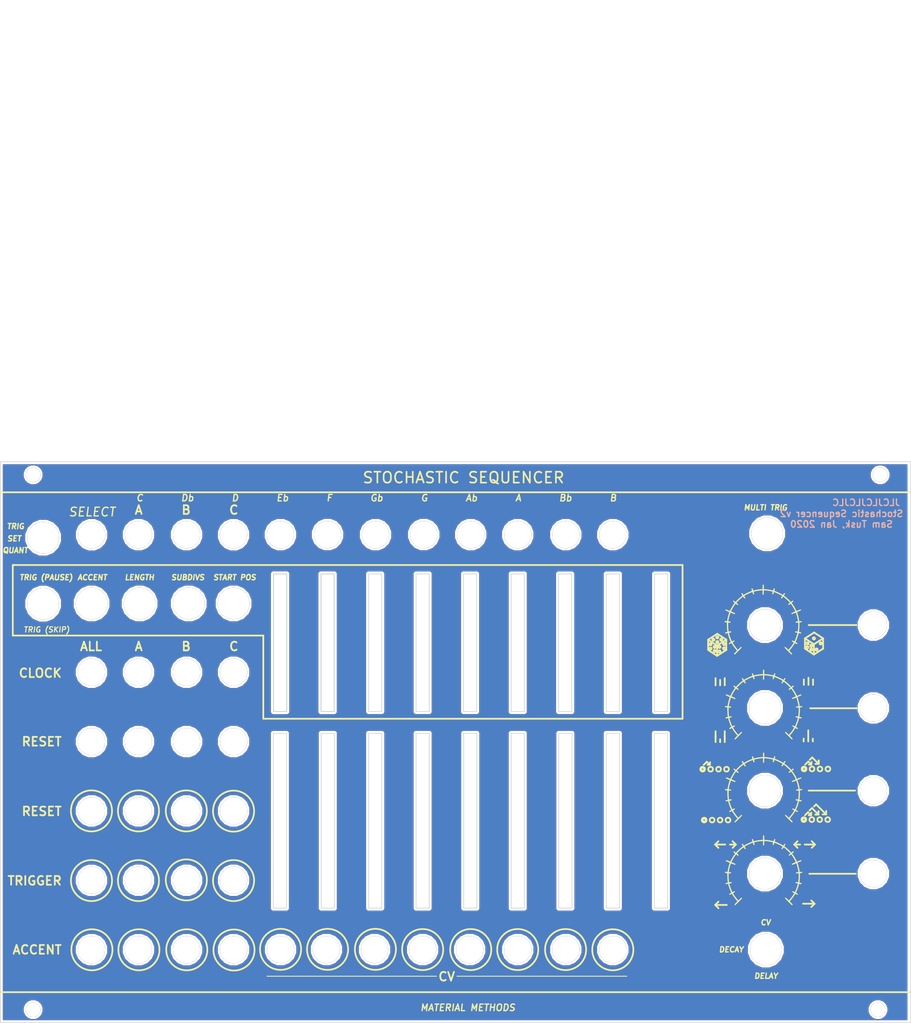
<source format=kicad_pcb>
(kicad_pcb (version 20171130) (host pcbnew "(5.0.1)-3")
  (layers (0 F.Cu signal hide) (31 B.Cu signal hide) (34 B.Paste user) (35 F.Paste user) (36 B.SilkS user) (37 F.SilkS user) (38 B.Mask user) (39 F.Mask user) (44 Edge.Cuts user))
  (net 0 "")
  (module "Eurocad:Eurorack jack hole" (layer F.Cu) (at 265.1 115.95)
    (fp_text reference "" hide)
    (fp_text value "Eurorack jack hole")
    (pad 1 thru_hole circle (at 0 0) (size 6.2 6.2) (drill 6.2) (layers *.Cu *.Mask))
  )
  (module "Eurocad:Eurorack jack hole" (layer F.Cu) (at 265.1 59.05)
    (fp_text reference "" hide)
    (fp_text value "Eurorack jack hole")
    (pad 1 thru_hole circle (at 0 0) (size 6.2 6.2) (drill 6.2) (layers *.Cu *.Mask))
  )
  (module "Eurocad:Eurorack jack hole" (layer F.Cu) (at 265.1 96.975)
    (fp_text reference "" hide)
    (fp_text value "Eurorack jack hole")
    (pad 1 thru_hole circle (at 0 0) (size 6.2 6.2) (drill 6.2) (layers *.Cu *.Mask))
  )
  (module "Eurocad:Eurorack jack hole" (layer F.Cu) (at 265.1 78.025)
    (fp_text reference "" hide)
    (fp_text value "Eurorack jack hole")
    (pad 1 thru_hole circle (at 0 0) (size 6.2 6.2) (drill 6.2) (layers *.Cu *.Mask))
  )
  (module "Eurocad:9mm alpha jack hole" (layer F.Cu) (at 240.3 59.05)
    (fp_text reference "" hide)
    (fp_text value "9mm alpha jack hole")
    (pad 1 thru_hole circle (at 0 0) (size 7.2 7.2) (drill 7.2) (layers *.Cu *.Mask))
  )
  (module "Eurocad:9mm alpha jack hole" (layer F.Cu) (at 240.3 115.95)
    (fp_text reference "" hide)
    (fp_text value "9mm alpha jack hole")
    (pad 1 thru_hole circle (at 0 0) (size 7.2 7.2) (drill 7.2) (layers *.Cu *.Mask))
  )
  (module "Eurocad:9mm alpha jack hole" (layer F.Cu) (at 240.8 38.05)
    (fp_text reference "" hide)
    (fp_text value "9mm alpha jack hole")
    (pad 1 thru_hole circle (at 0 0) (size 7.2 7.2) (drill 7.2) (layers *.Cu *.Mask))
  )
  (module "Eurocad:9mm alpha jack hole" (layer F.Cu) (at 240.3 78.025)
    (fp_text reference "" hide)
    (fp_text value "9mm alpha jack hole")
    (pad 1 thru_hole circle (at 0 0) (size 7.2 7.2) (drill 7.2) (layers *.Cu *.Mask))
  )
  (module "Eurocad:9mm alpha jack hole" (layer F.Cu) (at 240.3 96.975)
    (fp_text reference "" hide)
    (fp_text value "9mm alpha jack hole")
    (pad 1 thru_hole circle (at 0 0) (size 7.2 7.2) (drill 7.2) (layers *.Cu *.Mask))
  )
  (module "Eurocad:9mm alpha jack hole" (layer F.Cu) (at 240.5 133.35)
    (fp_text reference "" hide)
    (fp_text value "9mm alpha jack hole")
    (pad 1 thru_hole circle (at 0 0) (size 7.2 7.2) (drill 7.2) (layers *.Cu *.Mask))
  )
  (module Eurocad:KnobTicks (layer F.Cu) (at 239.9 115.95)
    (fp_text reference "" hide)
    (fp_text value "" hide)
  )
  (module Eurocad:KnobTicks (layer F.Cu) (at 239.9 78)
    (fp_text reference "" hide)
    (fp_text value "" hide)
  )
  (module Eurocad:KnobTicks (layer F.Cu) (at 239.9 97)
    (fp_text reference "" hide)
    (fp_text value "" hide)
  )
  (module "Eurocad:Eurorack jack hole" (layer F.Cu) (at 86.25 69.85)
    (fp_text reference "" hide)
    (fp_text value "Eurorack jack hole")
    (pad 1 thru_hole circle (at 0 0) (size 6.2 6.2) (drill 6.2) (layers *.Cu *.Mask))
  )
  (module "Eurocad:Eurorack jack hole" (layer F.Cu) (at 97 69.85)
    (fp_text reference "" hide)
    (fp_text value "Eurorack jack hole")
    (pad 1 thru_hole circle (at 0 0) (size 6.2 6.2) (drill 6.2) (layers *.Cu *.Mask))
  )
  (module "Eurocad:Eurorack jack hole" (layer F.Cu) (at 108 69.85)
    (fp_text reference "" hide)
    (fp_text value "Eurorack jack hole")
    (pad 1 thru_hole circle (at 0 0) (size 6.2 6.2) (drill 6.2) (layers *.Cu *.Mask))
  )
  (module "Eurocad:Eurorack jack hole" (layer F.Cu) (at 118.75 69.85)
    (fp_text reference "" hide)
    (fp_text value "Eurorack jack hole")
    (pad 1 thru_hole circle (at 0 0) (size 6.2 6.2) (drill 6.2) (layers *.Cu *.Mask))
  )
  (module "Eurocad:Eurorack jack hole" (layer F.Cu) (at 118.75 85.725)
    (fp_text reference "" hide)
    (fp_text value "Eurorack jack hole")
    (pad 1 thru_hole circle (at 0 0) (size 6.2 6.2) (drill 6.2) (layers *.Cu *.Mask))
  )
  (module "Eurocad:Eurorack jack hole" (layer F.Cu) (at 108 85.725)
    (fp_text reference "" hide)
    (fp_text value "Eurorack jack hole")
    (pad 1 thru_hole circle (at 0 0) (size 6.2 6.2) (drill 6.2) (layers *.Cu *.Mask))
  )
  (module "Eurocad:Eurorack jack hole" (layer F.Cu) (at 97 85.725)
    (fp_text reference "" hide)
    (fp_text value "Eurorack jack hole")
    (pad 1 thru_hole circle (at 0 0) (size 6.2 6.2) (drill 6.2) (layers *.Cu *.Mask))
  )
  (module "Eurocad:Eurorack jack hole" (layer F.Cu) (at 86.25 85.725)
    (fp_text reference "" hide)
    (fp_text value "Eurorack jack hole")
    (pad 1 thru_hole circle (at 0 0) (size 6.2 6.2) (drill 6.2) (layers *.Cu *.Mask))
  )
  (module "Eurocad:Eurorack jack hole" (layer F.Cu) (at 86.25 101.6)
    (fp_text reference "" hide)
    (fp_text value "Eurorack jack hole")
    (pad 1 thru_hole circle (at 0 0) (size 6.2 6.2) (drill 6.2) (layers *.Cu *.Mask))
  )
  (module "Eurocad:Eurorack jack hole" (layer F.Cu) (at 97 101.6)
    (fp_text reference "" hide)
    (fp_text value "Eurorack jack hole")
    (pad 1 thru_hole circle (at 0 0) (size 6.2 6.2) (drill 6.2) (layers *.Cu *.Mask))
  )
  (module "Eurocad:Eurorack jack hole" (layer F.Cu) (at 108 101.6)
    (fp_text reference "" hide)
    (fp_text value "Eurorack jack hole")
    (pad 1 thru_hole circle (at 0 0) (size 6.2 6.2) (drill 6.2) (layers *.Cu *.Mask))
  )
  (module "Eurocad:Eurorack jack hole" (layer F.Cu) (at 118.75 101.6)
    (fp_text reference "" hide)
    (fp_text value "Eurorack jack hole")
    (pad 1 thru_hole circle (at 0 0) (size 6.2 6.2) (drill 6.2) (layers *.Cu *.Mask))
  )
  (module "Eurocad:Eurorack jack hole" (layer F.Cu) (at 118.75 117.475)
    (fp_text reference "" hide)
    (fp_text value "Eurorack jack hole")
    (pad 1 thru_hole circle (at 0 0) (size 6.2 6.2) (drill 6.2) (layers *.Cu *.Mask))
  )
  (module "Eurocad:Eurorack jack hole" (layer F.Cu) (at 108 117.475)
    (fp_text reference "" hide)
    (fp_text value "Eurorack jack hole")
    (pad 1 thru_hole circle (at 0 0) (size 6.2 6.2) (drill 6.2) (layers *.Cu *.Mask))
  )
  (module "Eurocad:Eurorack jack hole" (layer F.Cu) (at 97 117.475)
    (fp_text reference "" hide)
    (fp_text value "Eurorack jack hole")
    (pad 1 thru_hole circle (at 0 0) (size 6.2 6.2) (drill 6.2) (layers *.Cu *.Mask))
  )
  (module "Eurocad:Eurorack jack hole" (layer F.Cu) (at 86.25 117.5)
    (fp_text reference "" hide)
    (fp_text value "Eurorack jack hole")
    (pad 1 thru_hole circle (at 0 0) (size 6.2 6.2) (drill 6.2) (layers *.Cu *.Mask))
  )
  (module "Eurocad:Eurorack jack hole" (layer F.Cu) (at 86.25 133.375)
    (fp_text reference "" hide)
    (fp_text value "Eurorack jack hole")
    (pad 1 thru_hole circle (at 0 0) (size 6.2 6.2) (drill 6.2) (layers *.Cu *.Mask))
  )
  (module "Eurocad:Eurorack jack hole" (layer F.Cu) (at 97 133.375)
    (fp_text reference "" hide)
    (fp_text value "Eurorack jack hole")
    (pad 1 thru_hole circle (at 0 0) (size 6.2 6.2) (drill 6.2) (layers *.Cu *.Mask))
  )
  (module "Eurocad:Eurorack jack hole" (layer F.Cu) (at 108 133.375)
    (fp_text reference "" hide)
    (fp_text value "Eurorack jack hole")
    (pad 1 thru_hole circle (at 0 0) (size 6.2 6.2) (drill 6.2) (layers *.Cu *.Mask))
  )
  (module "Eurocad:Eurorack jack hole" (layer F.Cu) (at 118.75 133.375)
    (fp_text reference "" hide)
    (fp_text value "Eurorack jack hole")
    (pad 1 thru_hole circle (at 0 0) (size 6.2 6.2) (drill 6.2) (layers *.Cu *.Mask))
  )
  (module "Eurocad:Eurorack jack hole" (layer F.Cu) (at 129.5 133.35)
    (fp_text reference "" hide)
    (fp_text value "Eurorack jack hole")
    (pad 1 thru_hole circle (at 0 0) (size 6.2 6.2) (drill 6.2) (layers *.Cu *.Mask))
  )
  (module "Eurocad:Eurorack jack hole" (layer F.Cu) (at 140 133.35)
    (fp_text reference "" hide)
    (fp_text value "Eurorack jack hole")
    (pad 1 thru_hole circle (at 0 0) (size 6.2 6.2) (drill 6.2) (layers *.Cu *.Mask))
  )
  (module "Eurocad:Eurorack jack hole" (layer F.Cu) (at 151 133.35)
    (fp_text reference "" hide)
    (fp_text value "Eurorack jack hole")
    (pad 1 thru_hole circle (at 0 0) (size 6.2 6.2) (drill 6.2) (layers *.Cu *.Mask))
  )
  (module "Eurocad:Eurorack jack hole" (layer F.Cu) (at 162 133.35)
    (fp_text reference "" hide)
    (fp_text value "Eurorack jack hole")
    (pad 1 thru_hole circle (at 0 0) (size 6.2 6.2) (drill 6.2) (layers *.Cu *.Mask))
  )
  (module "Eurocad:Eurorack jack hole" (layer F.Cu) (at 172.75 133.35)
    (fp_text reference "" hide)
    (fp_text value "Eurorack jack hole")
    (pad 1 thru_hole circle (at 0 0) (size 6.2 6.2) (drill 6.2) (layers *.Cu *.Mask))
  )
  (module "Eurocad:Eurorack jack hole" (layer F.Cu) (at 183.75 133.35)
    (fp_text reference "" hide)
    (fp_text value "Eurorack jack hole")
    (pad 1 thru_hole circle (at 0 0) (size 6.2 6.2) (drill 6.2) (layers *.Cu *.Mask))
  )
  (module "Eurocad:Eurorack jack hole" (layer F.Cu) (at 194.75 133.35)
    (fp_text reference "" hide)
    (fp_text value "Eurorack jack hole")
    (pad 1 thru_hole circle (at 0 0) (size 6.2 6.2) (drill 6.2) (layers *.Cu *.Mask))
  )
  (module "Eurocad:Eurorack jack hole" (layer F.Cu) (at 205.5 133.35)
    (fp_text reference "" hide)
    (fp_text value "Eurorack jack hole")
    (pad 1 thru_hole circle (at 0 0) (size 6.2 6.2) (drill 6.2) (layers *.Cu *.Mask))
  )
  (module "Eurocad:Eurorack jack hole" (layer F.Cu) (at 86.275 38.375)
    (fp_text reference "" hide)
    (fp_text value "Eurorack jack hole")
    (pad 1 thru_hole circle (at 0 0) (size 6.2 6.2) (drill 6.2) (layers *.Cu *.Mask))
  )
  (module "Eurocad:Eurorack jack hole" (layer F.Cu) (at 97 38.35)
    (fp_text reference "" hide)
    (fp_text value "Eurorack jack hole")
    (pad 1 thru_hole circle (at 0 0) (size 6.2 6.2) (drill 6.2) (layers *.Cu *.Mask))
  )
  (module "Eurocad:Eurorack jack hole" (layer F.Cu) (at 108 38.35)
    (fp_text reference "" hide)
    (fp_text value "Eurorack jack hole")
    (pad 1 thru_hole circle (at 0 0) (size 6.2 6.2) (drill 6.2) (layers *.Cu *.Mask))
  )
  (module "Eurocad:Eurorack jack hole" (layer F.Cu) (at 118.75 38.375)
    (fp_text reference "" hide)
    (fp_text value "Eurorack jack hole")
    (pad 1 thru_hole circle (at 0 0) (size 6.2 6.2) (drill 6.2) (layers *.Cu *.Mask))
  )
  (module "Eurocad:Eurorack jack hole" (layer F.Cu) (at 129.475 38.35)
    (fp_text reference "" hide)
    (fp_text value "Eurorack jack hole")
    (pad 1 thru_hole circle (at 0 0) (size 6.2 6.2) (drill 6.2) (layers *.Cu *.Mask))
  )
  (module "Eurocad:Eurorack jack hole" (layer F.Cu) (at 140.25 38.325)
    (fp_text reference "" hide)
    (fp_text value "Eurorack jack hole")
    (pad 1 thru_hole circle (at 0 0) (size 6.2 6.2) (drill 6.2) (layers *.Cu *.Mask))
  )
  (module "Eurocad:Eurorack jack hole" (layer F.Cu) (at 151.225 38.35)
    (fp_text reference "" hide)
    (fp_text value "Eurorack jack hole")
    (pad 1 thru_hole circle (at 0 0) (size 6.2 6.2) (drill 6.2) (layers *.Cu *.Mask))
  )
  (module "Eurocad:Eurorack jack hole" (layer F.Cu) (at 162.25 38.325)
    (fp_text reference "" hide)
    (fp_text value "Eurorack jack hole")
    (pad 1 thru_hole circle (at 0 0) (size 6.2 6.2) (drill 6.2) (layers *.Cu *.Mask))
  )
  (module "Eurocad:Eurorack jack hole" (layer F.Cu) (at 173 38.35)
    (fp_text reference "" hide)
    (fp_text value "Eurorack jack hole")
    (pad 1 thru_hole circle (at 0 0) (size 6.2 6.2) (drill 6.2) (layers *.Cu *.Mask))
  )
  (module "Eurocad:Eurorack jack hole" (layer F.Cu) (at 183.75 38.35)
    (fp_text reference "" hide)
    (fp_text value "Eurorack jack hole")
    (pad 1 thru_hole circle (at 0 0) (size 6.2 6.2) (drill 6.2) (layers *.Cu *.Mask))
  )
  (module "Eurocad:Eurorack jack hole" (layer F.Cu) (at 194.75 38.35)
    (fp_text reference "" hide)
    (fp_text value "Eurorack jack hole")
    (pad 1 thru_hole circle (at 0 0) (size 6.2 6.2) (drill 6.2) (layers *.Cu *.Mask))
  )
  (module "Eurocad:Eurorack jack hole" (layer F.Cu) (at 205.5 38.35)
    (fp_text reference "" hide)
    (fp_text value "Eurorack jack hole")
    (pad 1 thru_hole circle (at 0 0) (size 6.2 6.2) (drill 6.2) (layers *.Cu *.Mask))
  )
  (module "Eurocad:9mm alpha jack hole" (layer F.Cu) (at 75.2 39.05)
    (fp_text reference "" hide)
    (fp_text value "9mm alpha jack hole")
    (pad 1 thru_hole circle (at 0 0) (size 7.2 7.2) (drill 7.2) (layers *.Cu *.Mask))
  )
  (module "Eurocad:9mm alpha jack hole" (layer F.Cu) (at 75.2 54.15)
    (fp_text reference "" hide)
    (fp_text value "9mm alpha jack hole")
    (pad 1 thru_hole circle (at 0 0) (size 7.2 7.2) (drill 7.2) (layers *.Cu *.Mask))
  )
  (module "Eurocad:9mm alpha jack hole" (layer F.Cu) (at 86.275 54.1)
    (fp_text reference "" hide)
    (fp_text value "9mm alpha jack hole")
    (pad 1 thru_hole circle (at 0 0) (size 7.2 7.2) (drill 7.2) (layers *.Cu *.Mask))
  )
  (module "Eurocad:9mm alpha jack hole" (layer F.Cu) (at 97.25 54.1)
    (fp_text reference "" hide)
    (fp_text value "9mm alpha jack hole")
    (pad 1 thru_hole circle (at 0 0) (size 7.2 7.2) (drill 7.2) (layers *.Cu *.Mask))
  )
  (module "Eurocad:9mm alpha jack hole" (layer F.Cu) (at 108.5 54.1)
    (fp_text reference "" hide)
    (fp_text value "9mm alpha jack hole")
    (pad 1 thru_hole circle (at 0 0) (size 7.2 7.2) (drill 7.2) (layers *.Cu *.Mask))
  )
  (module "Eurocad:9mm alpha jack hole" (layer F.Cu) (at 118.75 54.1)
    (fp_text reference "" hide)
    (fp_text value "9mm alpha jack hole")
    (pad 1 thru_hole circle (at 0 0) (size 7.2 7.2) (drill 7.2) (layers *.Cu *.Mask))
  )
  (module Eurocad:KnobTicks (layer F.Cu) (at 239.8 58.55)
    (fp_text reference "" hide)
    (fp_text value "" hide)
  )
  (module "Eurocad:Eurorack Rail Hole" (layer F.Cu) (at 72.9 24.65)
    (fp_text reference REF** hide)
    (fp_text value "Eurorack Rail Hole" hide)
    (pad 1 thru_hole circle (at 0 0) (size 3.3 3.3) (drill 3.3) (layers *.Cu *.Mask))
  )
  (module "Eurocad:Eurorack Rail Hole" (layer F.Cu) (at 266.65 24.65)
    (fp_text reference REF** hide)
    (fp_text value "Eurorack Rail Hole" hide)
    (pad 1 thru_hole circle (at 0 0) (size 3.3 3.3) (drill 3.3) (layers *.Cu *.Mask))
  )
  (module "Eurocad:Eurorack Rail Hole" (layer F.Cu) (at 266.15 147.1)
    (fp_text reference REF** hide)
    (fp_text value "Eurorack Rail Hole" hide)
    (pad 1 thru_hole circle (at 0 0) (size 3.3 3.3) (drill 3.3) (layers *.Cu *.Mask))
  )
  (module "Eurocad:Eurorack Rail Hole" (layer F.Cu) (at 72.9 147.1)
    (fp_text reference REF** hide)
    (fp_text value "Eurorack Rail Hole" hide)
    (pad 1 thru_hole circle (at 0 0) (size 3.3 3.3) (drill 3.3) (layers *.Cu *.Mask))
  )
  (gr_text "Stochastic Sequencer v2\nSam Tusk, Jan 2020" (at 257.8 34.75) (layer B.SilkS) (effects (font (size 1.5 1.5) (thickness 0.3)) (justify mirror)))
  (gr_text JLCJLCJLCJLC (at 263.45 31) (layer B.SilkS) (effects (font (size 1.5 1.5) (thickness 0.3)) (justify mirror)))
  (gr_line (start 249.2 72.75) (end 249.2 71.5) (layer F.SilkS) (width 0.4))
  (gr_line (start 251.3 72.75) (end 251.3 71.5) (layer F.SilkS) (width 0.4))
  (gr_line (start 250.25 72.75) (end 250.25 71.1) (layer F.SilkS) (width 0.4))
  (gr_circle (center 226.05 92.05) (end 226.15 91.95) (layer F.SilkS) (width 0.4))
  (gr_circle (center 226.05 92.05) (end 226.5 91.75) (layer F.SilkS) (width 0.4))
  (gr_circle (center 227.866666 92.05) (end 228.316666 91.75) (layer F.SilkS) (width 0.4))
  (gr_line (start 226.3 91.05) (end 227 90.35) (layer F.SilkS) (width 0.4))
  (gr_line (start 227.7 91.05) (end 227.15 91.05) (layer F.SilkS) (width 0.4))
  (gr_circle (center 231.5 92.05) (end 231.95 91.75) (layer F.SilkS) (width 0.4))
  (gr_line (start 227.7 91.05) (end 227.75 90.45) (layer F.SilkS) (width 0.4))
  (gr_line (start 227 90.35) (end 227.7 91.05) (layer F.SilkS) (width 0.4))
  (gr_circle (center 229.683332 92.05) (end 230.133332 91.75) (layer F.SilkS) (width 0.4))
  (gr_circle (center 249.25 92) (end 249.35 91.9) (layer F.SilkS) (width 0.4))
  (gr_circle (center 249.25 92) (end 249.7 91.7) (layer F.SilkS) (width 0.4))
  (gr_line (start 252.6 90.05) (end 252.55 90.75) (layer F.SilkS) (width 0.4))
  (gr_circle (center 251.066666 92) (end 251.516666 91.7) (layer F.SilkS) (width 0.4))
  (gr_line (start 250.55 89.9) (end 251.1 89.35) (layer F.SilkS) (width 0.4))
  (gr_line (start 249.5 91) (end 250.2 90.3) (layer F.SilkS) (width 0.4))
  (gr_line (start 250.9 91) (end 250.35 91) (layer F.SilkS) (width 0.4))
  (gr_circle (center 254.7 92) (end 255.15 91.7) (layer F.SilkS) (width 0.4))
  (gr_line (start 250.9 91) (end 250.95 90.4) (layer F.SilkS) (width 0.4))
  (gr_line (start 250.2 90.3) (end 250.9 91) (layer F.SilkS) (width 0.4))
  (gr_line (start 252.6 90.85) (end 252.6 90.05) (layer F.SilkS) (width 0.4))
  (gr_line (start 252.6 90.85) (end 251.85 90.85) (layer F.SilkS) (width 0.4))
  (gr_circle (center 252.883332 92) (end 253.333332 91.7) (layer F.SilkS) (width 0.4))
  (gr_line (start 251.1 89.35) (end 252.6 90.85) (layer F.SilkS) (width 0.4))
  (gr_line (start 232.3 109.3) (end 233.65 109.3) (layer F.SilkS) (width 0.4))
  (gr_line (start 228.9 109.3) (end 229.65 108.55) (layer F.SilkS) (width 0.4))
  (gr_line (start 233.65 109.3) (end 232.9 108.55) (layer F.SilkS) (width 0.4))
  (gr_line (start 228.9 109.3) (end 229.65 110.05) (layer F.SilkS) (width 0.4))
  (gr_line (start 231.2 109.3) (end 228.9 109.3) (layer F.SilkS) (width 0.4))
  (gr_line (start 233.65 109.3) (end 232.9 110.05) (layer F.SilkS) (width 0.4))
  (gr_line (start 254.3 102.4) (end 253.5 102.4) (layer F.SilkS) (width 0.4))
  (gr_line (start 254.3 102.4) (end 254.3 101.6) (layer F.SilkS) (width 0.4))
  (gr_line (start 252 100.1) (end 254.3 102.4) (layer F.SilkS) (width 0.4))
  (gr_line (start 251.5 100.6) (end 252 100.1) (layer F.SilkS) (width 0.4))
  (gr_line (start 252.55 102.45) (end 251.8 102.45) (layer F.SilkS) (width 0.4))
  (gr_line (start 252.55 101.65) (end 252.5 102.35) (layer F.SilkS) (width 0.4))
  (gr_line (start 252.55 102.45) (end 252.55 101.65) (layer F.SilkS) (width 0.4))
  (gr_line (start 251.05 100.95) (end 252.55 102.45) (layer F.SilkS) (width 0.4))
  (gr_line (start 250.5 101.5) (end 251.05 100.95) (layer F.SilkS) (width 0.4))
  (gr_circle (center 254.65 103.6) (end 255.1 103.3) (layer F.SilkS) (width 0.4))
  (gr_circle (center 249.2 103.6) (end 249.3 103.5) (layer F.SilkS) (width 0.4))
  (gr_circle (center 252.833332 103.6) (end 253.283332 103.3) (layer F.SilkS) (width 0.4))
  (gr_line (start 250.85 102.6) (end 250.9 102) (layer F.SilkS) (width 0.4))
  (gr_circle (center 249.2 103.6) (end 249.65 103.3) (layer F.SilkS) (width 0.4))
  (gr_line (start 249.45 102.6) (end 250.15 101.9) (layer F.SilkS) (width 0.4))
  (gr_line (start 250.85 102.6) (end 250.3 102.6) (layer F.SilkS) (width 0.4))
  (gr_circle (center 251.016666 103.6) (end 251.466666 103.3) (layer F.SilkS) (width 0.4))
  (gr_line (start 250.15 101.9) (end 250.85 102.6) (layer F.SilkS) (width 0.4))
  (gr_circle (center 226.4 103.7) (end 226.5 103.6) (layer F.SilkS) (width 0.4))
  (gr_circle (center 226.4 103.7) (end 226.85 103.4) (layer F.SilkS) (width 0.4))
  (gr_circle (center 228.216666 103.7) (end 228.666666 103.4) (layer F.SilkS) (width 0.4))
  (gr_circle (center 230.033332 103.7) (end 230.483332 103.4) (layer F.SilkS) (width 0.4))
  (gr_circle (center 231.85 103.7) (end 232.3 103.4) (layer F.SilkS) (width 0.4))
  (gr_line (start 248.35 109.3) (end 247 109.3) (layer F.SilkS) (width 0.4))
  (gr_line (start 247 109.3) (end 247.75 110.05) (layer F.SilkS) (width 0.4))
  (gr_line (start 247 109.3) (end 247.75 108.55) (layer F.SilkS) (width 0.4))
  (gr_line (start 249.4 109.3) (end 251.75 109.3) (layer F.SilkS) (width 0.4))
  (gr_line (start 251.75 109.3) (end 251 108.55) (layer F.SilkS) (width 0.4))
  (gr_line (start 251.75 109.3) (end 251 110.05) (layer F.SilkS) (width 0.4))
  (gr_line (start 231.564971 123.132794) (end 228.914971 123.132794) (layer F.SilkS) (width 0.4))
  (gr_line (start 228.914971 123.132794) (end 229.664971 123.882794) (layer F.SilkS) (width 0.4))
  (gr_line (start 228.914971 123.132794) (end 229.664971 122.382794) (layer F.SilkS) (width 0.4))
  (gr_line (start 251.65 122.85) (end 250.9 123.6) (layer F.SilkS) (width 0.4))
  (gr_line (start 251.65 122.85) (end 250.9 122.1) (layer F.SilkS) (width 0.4))
  (gr_line (start 249 122.85) (end 251.65 122.85) (layer F.SilkS) (width 0.4))
  (gr_line (start 251.25 85.7) (end 251.25 85.05) (layer F.SilkS) (width 0.4))
  (gr_line (start 250.2 85.7) (end 250.2 83.15) (layer F.SilkS) (width 0.4))
  (gr_line (start 249.15 85.7) (end 249.15 85.05) (layer F.SilkS) (width 0.4))
  (gr_line (start 229 84.9) (end 229 83.35) (layer F.SilkS) (width 0.4))
  (gr_line (start 231.1 85.25) (end 231.1 83.35) (layer F.SilkS) (width 0.4))
  (gr_line (start 229 85.85) (end 229 84.4) (layer F.SilkS) (width 0.4))
  (gr_line (start 231.1 85.85) (end 231.1 84.45) (layer F.SilkS) (width 0.4))
  (gr_line (start 230.05 85.85) (end 230.05 85.2) (layer F.SilkS) (width 0.4))
  (gr_line (start 231.1 84.5) (end 231.1 84.4) (layer F.SilkS) (width 0.4))
  (gr_line (start 229 72.85) (end 229 71.2) (layer F.SilkS) (width 0.4))
  (gr_line (start 231.1 71.5) (end 231.1 71.2) (layer F.SilkS) (width 0.4))
  (gr_line (start 231.1 72.85) (end 231.1 71.45) (layer F.SilkS) (width 0.4))
  (gr_line (start 230.05 72.85) (end 230.05 71.6) (layer F.SilkS) (width 0.4))
  (gr_circle (center 229.4 62.95) (end 229.45 62.95) (layer F.SilkS) (width 0.4))
  (gr_circle (center 230.3 62.4) (end 230.35 62.4) (layer F.SilkS) (width 0.4))
  (gr_circle (center 228.5 62.4) (end 228.55 62.4) (layer F.SilkS) (width 0.4))
  (gr_circle (center 230.95 64.4) (end 231 64.4) (layer F.SilkS) (width 0.4))
  (gr_circle (center 229.9 65.1) (end 229.95 65.1) (layer F.SilkS) (width 0.4))
  (gr_circle (center 229.9 64.05) (end 229.95 64.05) (layer F.SilkS) (width 0.4))
  (gr_circle (center 228.8 64.05) (end 228.85 64.05) (layer F.SilkS) (width 0.4))
  (gr_circle (center 228.8 65) (end 228.85 65) (layer F.SilkS) (width 0.4))
  (gr_circle (center 227.85 63.45) (end 227.9 63.45) (layer F.SilkS) (width 0.4))
  (gr_line (start 227.3 64.75) (end 229.35 66.1) (layer F.SilkS) (width 0.4))
  (gr_line (start 231.45 62.4) (end 231.45 64.8) (layer F.SilkS) (width 0.4))
  (gr_line (start 227.3 62.4) (end 229.35 63.75) (layer F.SilkS) (width 0.4))
  (gr_line (start 227.3 62.4) (end 227.3 64.7) (layer F.SilkS) (width 0.4))
  (gr_circle (center 227.85 64.45) (end 227.9 64.45) (layer F.SilkS) (width 0.4))
  (gr_circle (center 229.4 61.85) (end 229.45 61.85) (layer F.SilkS) (width 0.4))
  (gr_line (start 231.45 62.4) (end 229.35 63.75) (layer F.SilkS) (width 0.4))
  (gr_line (start 229.4 61.05) (end 227.3 62.4) (layer F.SilkS) (width 0.4))
  (gr_line (start 229.35 63.65) (end 229.35 66.05) (layer F.SilkS) (width 0.4))
  (gr_line (start 229.4 61.05) (end 231.45 62.4) (layer F.SilkS) (width 0.4))
  (gr_line (start 231.45 64.75) (end 229.35 66.1) (layer F.SilkS) (width 0.4))
  (gr_circle (center 230.95 63.4) (end 231 63.4) (layer F.SilkS) (width 0.4))
  (gr_circle (center 250.9 63.8) (end 250.95 63.8) (layer F.SilkS) (width 0.4))
  (gr_circle (center 250.9 64.65) (end 250.95 64.65) (layer F.SilkS) (width 0.4))
  (gr_circle (center 250.05 63.25) (end 250.1 63.25) (layer F.SilkS) (width 0.4))
  (gr_circle (center 250 64.15) (end 250.05 64.15) (layer F.SilkS) (width 0.4))
  (gr_circle (center 253.05 63.25) (end 253.1 63.25) (layer F.SilkS) (width 0.4))
  (gr_circle (center 252.1 64.65) (end 252.15 64.65) (layer F.SilkS) (width 0.4))
  (gr_circle (center 251.5 62.1) (end 251.55 62.1) (layer F.SilkS) (width 0.4))
  (gr_line (start 251.5 63.35) (end 251.5 65.75) (layer F.SilkS) (width 0.4))
  (gr_line (start 253.6 62.1) (end 253.6 64.5) (layer F.SilkS) (width 0.4))
  (gr_line (start 253.6 64.45) (end 251.5 65.8) (layer F.SilkS) (width 0.4))
  (gr_line (start 253.6 62.1) (end 251.5 63.45) (layer F.SilkS) (width 0.4))
  (gr_line (start 249.45 62.1) (end 251.5 63.45) (layer F.SilkS) (width 0.4))
  (gr_line (start 249.45 64.45) (end 251.5 65.8) (layer F.SilkS) (width 0.4))
  (gr_line (start 249.45 62.1) (end 249.45 64.4) (layer F.SilkS) (width 0.4))
  (gr_line (start 251.55 60.75) (end 249.45 62.1) (layer F.SilkS) (width 0.4))
  (gr_line (start 251.55 60.75) (end 253.6 62.1) (layer F.SilkS) (width 0.4))
  (gr_line (start 261.05 116) (end 250.45 116) (layer F.SilkS) (width 0.4))
  (gr_line (start 260.9 96.95) (end 250.3 96.95) (layer F.SilkS) (width 0.4))
  (gr_line (start 261.25 78.1) (end 250.65 78.1) (layer F.SilkS) (width 0.4))
  (gr_line (start 261.2 59.05) (end 250.3 59.05) (layer F.SilkS) (width 0.4))
  (gr_line (start 68.25 45.3) (end 68.6 45.3) (layer F.SilkS) (width 0.4))
  (gr_line (start 68.25 61.45) (end 68.25 45.3) (layer F.SilkS) (width 0.4))
  (gr_line (start 125.55 61.45) (end 68.25 61.45) (layer F.SilkS) (width 0.4))
  (gr_line (start 125.55 80.5) (end 125.55 61.45) (layer F.SilkS) (width 0.4))
  (gr_line (start 221.45 80.5) (end 125.55 80.5) (layer F.SilkS) (width 0.4))
  (gr_line (start 221.45 45.3) (end 221.45 80.5) (layer F.SilkS) (width 0.4))
  (gr_line (start 68.55 45.3) (end 221.45 45.3) (layer F.SilkS) (width 0.4))
  (gr_text "START POS" (at 119 48.15) (layer F.SilkS) (effects (font (size 1.2 1.2) (thickness 0.3) italic)))
  (gr_text SUBDIVS (at 108.3 48.15) (layer F.SilkS) (effects (font (size 1.2 1.2) (thickness 0.3) italic)))
  (gr_text LENGTH (at 97.25 48.15) (layer F.SilkS) (effects (font (size 1.2 1.2) (thickness 0.3) italic)))
  (gr_text ACCENT (at 86.45 48.15) (layer F.SilkS) (effects (font (size 1.2 1.2) (thickness 0.3) italic)))
  (gr_text "TRIG (SKIP)" (at 76 60.1) (layer F.SilkS) (effects (font (size 1.2 1.2) (thickness 0.25) italic)))
  (gr_text "TRIG (PAUSE)" (at 75.9 48.15) (layer F.SilkS) (effects (font (size 1.2 1.2) (thickness 0.3) italic)))
  (gr_text SELECT (at 86.4 33.15) (layer F.SilkS) (effects (font (size 2 2) (thickness 0.3) italic)))
  (gr_text TRIG (at 68.9 36.45) (layer F.SilkS) (effects (font (size 1.2 1.2) (thickness 0.3) italic)))
  (gr_text SET (at 68.6 39.25) (layer F.SilkS) (effects (font (size 1.2 1.2) (thickness 0.3) italic)))
  (gr_text QUANT (at 68.85 41.95) (layer F.SilkS) (effects (font (size 1.2 1.2) (thickness 0.3) italic)))
  (gr_text "MULTI TRIG" (at 240.45 32.15) (layer F.SilkS) (effects (font (size 1.2 1.2) (thickness 0.3) italic)))
  (gr_text DELAY (at 240.55 139.4) (layer F.SilkS) (effects (font (size 1.2 1.2) (thickness 0.3) italic)))
  (gr_text DECAY (at 232.6 133.35) (layer F.SilkS) (effects (font (size 1.2 1.2) (thickness 0.3) italic)))
  (gr_text CV (at 240.45 127.15) (layer F.SilkS) (effects (font (size 1.2 1.2) (thickness 0.3) italic)))
  (gr_text B (at 205.6 29.95) (layer F.SilkS) (effects (font (size 1.5 1.5) (thickness 0.3) italic)))
  (gr_text Bb (at 194.691428 29.95) (layer F.SilkS) (effects (font (size 1.5 1.5) (thickness 0.3) italic)))
  (gr_text A (at 183.89 29.95) (layer F.SilkS) (effects (font (size 1.5 1.5) (thickness 0.3) italic)))
  (gr_text Ab (at 173.195714 29.95) (layer F.SilkS) (effects (font (size 1.5 1.5) (thickness 0.3) italic)))
  (gr_text G (at 162.394286 29.95) (layer F.SilkS) (effects (font (size 1.5 1.5) (thickness 0.3) italic)))
  (gr_text Gb (at 151.485714 29.95) (layer F.SilkS) (effects (font (size 1.5 1.5) (thickness 0.3) italic)))
  (gr_text F (at 140.684286 29.95) (layer F.SilkS) (effects (font (size 1.5 1.5) (thickness 0.3) italic)))
  (gr_text Eb (at 129.954286 29.95) (layer F.SilkS) (effects (font (size 1.5 1.5) (thickness 0.3) italic)))
  (gr_text D (at 119.117143 29.95) (layer F.SilkS) (effects (font (size 1.5 1.5) (thickness 0.3) italic)))
  (gr_text Db (at 108.208571 29.95) (layer F.SilkS) (effects (font (size 1.5 1.5) (thickness 0.3) italic)))
  (gr_text C (at 97.3 29.95) (layer F.SilkS) (effects (font (size 1.5 1.5) (thickness 0.3) italic)))
  (gr_text A (at 97.05 32.7) (layer F.SilkS) (effects (font (size 2 2) (thickness 0.4))))
  (gr_text C (at 118.8 32.7) (layer F.SilkS) (effects (font (size 2 2) (thickness 0.4))))
  (gr_text B (at 107.9 32.7) (layer F.SilkS) (effects (font (size 2 2) (thickness 0.4))))
  (gr_circle (center 194.7 133.35) (end 199.4 133.35) (layer F.SilkS) (width 0.4))
  (gr_circle (center 173 133.35) (end 177.7 133.35) (layer F.SilkS) (width 0.4))
  (gr_circle (center 183.75 133.35) (end 188.45 133.35) (layer F.SilkS) (width 0.4))
  (gr_circle (center 205.5 133.4) (end 210.2 133.4) (layer F.SilkS) (width 0.4))
  (gr_circle (center 151.2 133.3) (end 155.9 133.3) (layer F.SilkS) (width 0.4))
  (gr_circle (center 129.5 133.3) (end 134.2 133.3) (layer F.SilkS) (width 0.4))
  (gr_circle (center 140.25 133.3) (end 144.95 133.3) (layer F.SilkS) (width 0.4))
  (gr_circle (center 162 133.35) (end 166.7 133.35) (layer F.SilkS) (width 0.4))
  (gr_circle (center 108.05 133.4) (end 112.75 133.4) (layer F.SilkS) (width 0.4))
  (gr_circle (center 86.35 133.4) (end 91.05 133.4) (layer F.SilkS) (width 0.4))
  (gr_circle (center 97.1 133.4) (end 101.8 133.4) (layer F.SilkS) (width 0.4))
  (gr_circle (center 118.85 133.45) (end 123.55 133.45) (layer F.SilkS) (width 0.4))
  (gr_circle (center 86.25 117.55) (end 90.95 117.55) (layer F.SilkS) (width 0.4))
  (gr_circle (center 97 117.55) (end 101.7 117.55) (layer F.SilkS) (width 0.4))
  (gr_circle (center 107.95 117.4) (end 112.65 117.4) (layer F.SilkS) (width 0.4))
  (gr_circle (center 118.75 117.55) (end 123.45 117.55) (layer F.SilkS) (width 0.4))
  (gr_circle (center 118.75 101.65) (end 123.45 101.65) (layer F.SilkS) (width 0.4))
  (gr_circle (center 107.95 101.6) (end 112.65 101.6) (layer F.SilkS) (width 0.4))
  (gr_circle (center 97 101.6) (end 101.7 101.6) (layer F.SilkS) (width 0.4))
  (gr_circle (center 86.25 101.6) (end 90.95 101.6) (layer F.SilkS) (width 0.4))
  (gr_line (start 169.85 139.45) (end 208.7 139.45) (layer F.SilkS) (width 0.2))
  (gr_line (start 165.15 139.45) (end 126.4 139.45) (layer F.SilkS) (width 0.2))
  (gr_text CV (at 167.5 139.55) (layer F.SilkS) (effects (font (size 2 2) (thickness 0.4))))
  (gr_text C (at 118.8 63.95) (layer F.SilkS) (effects (font (size 2 2) (thickness 0.4))))
  (gr_text B (at 107.9 63.95) (layer F.SilkS) (effects (font (size 2 2) (thickness 0.4))))
  (gr_text A (at 97.05 63.95) (layer F.SilkS) (effects (font (size 2 2) (thickness 0.4))))
  (gr_text ALL (at 86.15 63.95) (layer F.SilkS) (effects (font (size 2 2) (thickness 0.4))))
  (gr_text ACCENT (at 73.821428 133.4) (layer F.SilkS) (effects (font (size 2 2) (thickness 0.4))))
  (gr_text TRIGGER (at 73.25 117.6) (layer F.SilkS) (effects (font (size 2 2) (thickness 0.4))))
  (gr_text RESET (at 74.869047 101.7) (layer F.SilkS) (effects (font (size 2 2) (thickness 0.4))))
  (gr_text RESET (at 74.869047 85.75) (layer F.SilkS) (effects (font (size 2 2) (thickness 0.4))))
  (gr_text CLOCK (at 74.535714 70.05) (layer F.SilkS) (effects (font (size 2 2) (thickness 0.4))))
  (gr_text "STOCHASTIC SEQUENCER" (at 171.35 25.3) (layer F.SilkS) (effects (font (size 2.5 2.5) (thickness 0.375))))
  (gr_text "MATERIAL METHODS" (at 172.35 146.65) (layer F.SilkS) (effects (font (size 1.5 1.5) (thickness 0.3) italic)))
  (gr_line (start 65.6 143.1) (end 273.45 143.1) (layer F.SilkS) (width 0.4))
  (gr_line (start 65.55 28.65) (end 273.5 28.65) (layer F.SilkS) (width 0.4))
  (gr_line (start 215 123.85) (end 215 83.85) (layer Edge.Cuts) (width 0.15))
  (gr_line (start 218 123.85) (end 215 123.85) (layer Edge.Cuts) (width 0.15))
  (gr_line (start 218 83.85) (end 218 123.85) (layer Edge.Cuts) (width 0.15))
  (gr_line (start 215 83.85) (end 218 83.85) (layer Edge.Cuts) (width 0.15))
  (gr_line (start 204 83.9) (end 204 83.85) (layer Edge.Cuts) (width 0.15))
  (gr_line (start 204 123.85) (end 204 83.9) (layer Edge.Cuts) (width 0.15))
  (gr_line (start 207 123.85) (end 204 123.85) (layer Edge.Cuts) (width 0.15))
  (gr_line (start 207 83.85) (end 207 123.85) (layer Edge.Cuts) (width 0.15))
  (gr_line (start 204 83.85) (end 207 83.85) (layer Edge.Cuts) (width 0.15))
  (gr_line (start 193.15 123.85) (end 193.15 83.85) (layer Edge.Cuts) (width 0.15))
  (gr_line (start 196.15 123.85) (end 193.15 123.85) (layer Edge.Cuts) (width 0.15))
  (gr_line (start 196.15 83.85) (end 196.15 123.85) (layer Edge.Cuts) (width 0.15))
  (gr_line (start 193.15 83.85) (end 196.15 83.85) (layer Edge.Cuts) (width 0.15))
  (gr_line (start 182.25 123.85) (end 182.25 83.85) (layer Edge.Cuts) (width 0.15))
  (gr_line (start 185.25 123.85) (end 182.25 123.85) (layer Edge.Cuts) (width 0.15))
  (gr_line (start 185.25 83.85) (end 185.25 123.85) (layer Edge.Cuts) (width 0.15))
  (gr_line (start 182.25 83.85) (end 185.25 83.85) (layer Edge.Cuts) (width 0.15))
  (gr_line (start 171.4 123.85) (end 171.4 83.85) (layer Edge.Cuts) (width 0.15))
  (gr_line (start 174.4 123.85) (end 171.4 123.85) (layer Edge.Cuts) (width 0.15))
  (gr_line (start 174.4 83.85) (end 174.4 123.85) (layer Edge.Cuts) (width 0.15))
  (gr_line (start 171.4 83.85) (end 174.4 83.85) (layer Edge.Cuts) (width 0.15))
  (gr_line (start 160.5 123.85) (end 160.5 83.85) (layer Edge.Cuts) (width 0.15))
  (gr_line (start 163.5 123.85) (end 160.5 123.85) (layer Edge.Cuts) (width 0.15))
  (gr_line (start 163.5 123.8) (end 163.5 123.85) (layer Edge.Cuts) (width 0.15))
  (gr_line (start 163.5 83.85) (end 163.5 123.8) (layer Edge.Cuts) (width 0.15))
  (gr_line (start 160.5 83.85) (end 163.5 83.85) (layer Edge.Cuts) (width 0.15))
  (gr_line (start 149.65 123.85) (end 149.65 83.85) (layer Edge.Cuts) (width 0.15))
  (gr_line (start 152.65 123.85) (end 149.65 123.85) (layer Edge.Cuts) (width 0.15))
  (gr_line (start 152.65 83.85) (end 152.65 123.85) (layer Edge.Cuts) (width 0.15))
  (gr_line (start 149.65 83.85) (end 152.65 83.85) (layer Edge.Cuts) (width 0.15))
  (gr_line (start 138.8 123.85) (end 138.8 83.85) (layer Edge.Cuts) (width 0.15))
  (gr_line (start 141.8 123.85) (end 138.8 123.85) (layer Edge.Cuts) (width 0.15))
  (gr_line (start 141.8 83.85) (end 141.8 123.85) (layer Edge.Cuts) (width 0.15))
  (gr_line (start 138.8 83.85) (end 141.8 83.85) (layer Edge.Cuts) (width 0.15))
  (gr_line (start 127.85 123.85) (end 127.85 83.85) (layer Edge.Cuts) (width 0.15))
  (gr_line (start 130.85 123.85) (end 127.85 123.85) (layer Edge.Cuts) (width 0.15))
  (gr_line (start 130.85 83.85) (end 130.85 123.85) (layer Edge.Cuts) (width 0.15))
  (gr_line (start 127.85 83.85) (end 130.85 83.85) (layer Edge.Cuts) (width 0.15))
  (gr_line (start 215.05 78.85) (end 215.05 47.35) (layer Edge.Cuts) (width 0.15))
  (gr_line (start 218.05 78.85) (end 215.05 78.85) (layer Edge.Cuts) (width 0.15))
  (gr_line (start 218.05 47.35) (end 218.05 78.85) (layer Edge.Cuts) (width 0.15))
  (gr_line (start 215.05 47.35) (end 218.05 47.35) (layer Edge.Cuts) (width 0.15))
  (gr_line (start 204 78.85) (end 204 47.35) (layer Edge.Cuts) (width 0.15))
  (gr_line (start 207 78.85) (end 204 78.85) (layer Edge.Cuts) (width 0.15))
  (gr_line (start 207 47.35) (end 207 78.85) (layer Edge.Cuts) (width 0.15))
  (gr_line (start 204 47.35) (end 207 47.35) (layer Edge.Cuts) (width 0.15))
  (gr_line (start 193.1 78.85) (end 193.1 47.35) (layer Edge.Cuts) (width 0.15))
  (gr_line (start 196.1 78.85) (end 193.1 78.85) (layer Edge.Cuts) (width 0.15))
  (gr_line (start 196.1 47.35) (end 196.1 78.85) (layer Edge.Cuts) (width 0.15))
  (gr_line (start 193.1 47.35) (end 196.1 47.35) (layer Edge.Cuts) (width 0.15))
  (gr_line (start 182.25 78.85) (end 182.25 47.35) (layer Edge.Cuts) (width 0.15))
  (gr_line (start 185.25 78.85) (end 182.25 78.85) (layer Edge.Cuts) (width 0.15))
  (gr_line (start 185.25 47.35) (end 185.25 78.85) (layer Edge.Cuts) (width 0.15))
  (gr_line (start 182.25 47.35) (end 185.25 47.35) (layer Edge.Cuts) (width 0.15))
  (gr_line (start 171.35 78.85) (end 171.35 47.35) (layer Edge.Cuts) (width 0.15))
  (gr_line (start 174.35 78.85) (end 171.35 78.85) (layer Edge.Cuts) (width 0.15))
  (gr_line (start 174.35 47.35) (end 174.35 78.85) (layer Edge.Cuts) (width 0.15))
  (gr_line (start 171.35 47.35) (end 174.35 47.35) (layer Edge.Cuts) (width 0.15))
  (gr_line (start 160.5 78.85) (end 160.5 47.35) (layer Edge.Cuts) (width 0.15))
  (gr_line (start 163.5 78.85) (end 160.5 78.85) (layer Edge.Cuts) (width 0.15))
  (gr_line (start 163.5 47.35) (end 163.5 78.85) (layer Edge.Cuts) (width 0.15))
  (gr_line (start 160.5 47.35) (end 163.5 47.35) (layer Edge.Cuts) (width 0.15))
  (gr_line (start 149.65 78.85) (end 149.65 47.4) (layer Edge.Cuts) (width 0.15))
  (gr_line (start 152.65 78.85) (end 149.65 78.85) (layer Edge.Cuts) (width 0.15))
  (gr_line (start 152.65 47.35) (end 152.65 78.85) (layer Edge.Cuts) (width 0.15))
  (gr_line (start 149.65 47.35) (end 152.65 47.35) (layer Edge.Cuts) (width 0.15))
  (gr_line (start 138.75 78.85) (end 138.75 47.4) (layer Edge.Cuts) (width 0.2))
  (gr_line (start 141.75 78.85) (end 138.75 78.85) (layer Edge.Cuts) (width 0.2))
  (gr_line (start 141.75 47.35) (end 141.75 78.85) (layer Edge.Cuts) (width 0.2))
  (gr_line (start 138.75 47.35) (end 141.75 47.35) (layer Edge.Cuts) (width 0.2))
  (gr_line (start 127.9 78.85) (end 127.9 47.35) (layer Edge.Cuts) (width 0.2))
  (gr_line (start 130.9 78.85) (end 127.9 78.85) (layer Edge.Cuts) (width 0.2))
  (gr_line (start 130.9 47.35) (end 130.9 78.85) (layer Edge.Cuts) (width 0.2))
  (gr_line (start 127.9 47.35) (end 130.9 47.35) (layer Edge.Cuts) (width 0.2))
  (gr_line (start 65.4 150.1) (end 273.65 150.1) (layer Edge.Cuts) (width 0.15))
  (gr_line (start 273.65 150.1) (end 273.65 21.65) (layer Edge.Cuts) (width 0.15))
  (gr_line (start 65.4 150.1) (end 65.4 21.65) (layer Edge.Cuts) (width 0.15))
  (gr_line (start 65.4 21.65) (end 273.65 21.65) (layer Edge.Cuts) (width 0.15))
  (zone (net 0) (net_name "") (layer F.Cu) (connect_pads (clearance 0.508)) (min_thickness 0.254) (fill yes (arc_segments 16) (thermal_gap 0.508) (thermal_bridge_width 0.508))
    (polygon (pts (xy 65.4 21.7) (xy 65.4 150.1) (xy 272.9 150.1) (xy 272.9 21.65)))
  )
  (zone (net 0) (net_name "") (layer B.Cu) (connect_pads (clearance 0.508)) (min_thickness 0.254) (fill yes (arc_segments 16) (thermal_gap 0.508) (thermal_bridge_width 0.508))
    (polygon (pts (xy 65.4 150.1) (xy 65.4 21.65) (xy 272.9 21.65) (xy 272.9 150.1)))
  )
  (zone (net 0) (net_name "") (layers F&B.Cu) (connect_pads (clearance 0.508)) (min_thickness 0.254)
    (keepout (tracks not_allowed) (vias not_allowed) (copperpour not_allowed))
    (fill (arc_segments 16) (thermal_gap 0.508) (thermal_bridge_width 0.508))
    (polygon (pts (xy 127.95 78.7) (xy 130.85 78.75) (xy 130.8 47.4) (xy 127.9 47.35)))
  )
  (zone (net 0) (net_name "") (layers F&B.Cu) (connect_pads (clearance 0.508)) (min_thickness 0.254)
    (keepout (tracks not_allowed) (vias not_allowed) (copperpour not_allowed))
    (fill (arc_segments 16) (thermal_gap 0.508) (thermal_bridge_width 0.508))
    (polygon (pts (xy 138.8 47.35) (xy 141.75 47.4) (xy 141.75 78.85) (xy 138.75 78.8)))
  )
  (zone (net 0) (net_name "") (layers F&B.Cu) (connect_pads (clearance 0.508)) (min_thickness 0.254)
    (keepout (tracks not_allowed) (vias not_allowed) (copperpour not_allowed))
    (fill (arc_segments 16) (thermal_gap 0.508) (thermal_bridge_width 0.508))
    (polygon (pts (xy 149.69236 47.35585) (xy 152.64236 47.40585) (xy 152.64236 78.85585) (xy 149.64236 78.80585)))
  )
  (zone (net 0) (net_name "") (layers F&B.Cu) (connect_pads (clearance 0.508)) (min_thickness 0.254)
    (keepout (tracks not_allowed) (vias not_allowed) (copperpour not_allowed))
    (fill (arc_segments 16) (thermal_gap 0.508) (thermal_bridge_width 0.508))
    (polygon (pts (xy 160.542363 47.35585) (xy 163.492363 47.40585) (xy 163.492363 78.85585) (xy 160.492363 78.80585)))
  )
  (zone (net 0) (net_name "") (layers F&B.Cu) (connect_pads (clearance 0.508)) (min_thickness 0.254)
    (keepout (tracks not_allowed) (vias not_allowed) (copperpour not_allowed))
    (fill (arc_segments 16) (thermal_gap 0.508) (thermal_bridge_width 0.508))
    (polygon (pts (xy 171.4 47.345894) (xy 174.35 47.395894) (xy 174.35 78.845894) (xy 171.35 78.795894)))
  )
  (zone (net 0) (net_name "") (layers F&B.Cu) (connect_pads (clearance 0.508)) (min_thickness 0.254)
    (keepout (tracks not_allowed) (vias not_allowed) (copperpour not_allowed))
    (fill (arc_segments 16) (thermal_gap 0.508) (thermal_bridge_width 0.508))
    (polygon (pts (xy 182.3 47.345894) (xy 185.25 47.395894) (xy 185.25 78.845894) (xy 182.25 78.795894)))
  )
  (zone (net 0) (net_name "") (layers F&B.Cu) (connect_pads (clearance 0.508)) (min_thickness 0.254)
    (keepout (tracks not_allowed) (vias not_allowed) (copperpour not_allowed))
    (fill (arc_segments 16) (thermal_gap 0.508) (thermal_bridge_width 0.508))
    (polygon (pts (xy 193.1 47.345894) (xy 196.05 47.395894) (xy 196.05 78.845894) (xy 193.05 78.795894)))
  )
  (zone (net 0) (net_name "") (layers F&B.Cu) (connect_pads (clearance 0.508)) (min_thickness 0.254)
    (keepout (tracks not_allowed) (vias not_allowed) (copperpour not_allowed))
    (fill (arc_segments 16) (thermal_gap 0.508) (thermal_bridge_width 0.508))
    (polygon (pts (xy 204.05 47.345894) (xy 207 47.395894) (xy 207 78.845894) (xy 204 78.795894)))
  )
  (zone (net 0) (net_name "") (layers F&B.Cu) (connect_pads (clearance 0.508)) (min_thickness 0.254)
    (keepout (tracks not_allowed) (vias not_allowed) (copperpour not_allowed))
    (fill (arc_segments 16) (thermal_gap 0.508) (thermal_bridge_width 0.508))
    (polygon (pts (xy 215.1 47.389746) (xy 218.05 47.439746) (xy 218.05 78.889746) (xy 215.05 78.839746)))
  )
  (zone (net 0) (net_name "") (layers F&B.Cu) (connect_pads (clearance 0.508)) (min_thickness 0.254)
    (keepout (tracks not_allowed) (vias not_allowed) (copperpour not_allowed))
    (fill (arc_segments 16) (thermal_gap 0.508) (thermal_bridge_width 0.508))
    (polygon (pts (xy 127.85 83.85) (xy 130.85 83.85) (xy 130.85 123.85) (xy 127.85 123.85)))
  )
  (zone (net 0) (net_name "") (layers F&B.Cu) (connect_pads (clearance 0.508)) (min_thickness 0.254)
    (keepout (tracks not_allowed) (vias not_allowed) (copperpour not_allowed))
    (fill (arc_segments 16) (thermal_gap 0.508) (thermal_bridge_width 0.508))
    (polygon (pts (xy 138.85 83.917525) (xy 141.85 83.917525) (xy 141.85 123.917525) (xy 138.85 123.917525)))
  )
  (zone (net 0) (net_name "") (layers F&B.Cu) (connect_pads (clearance 0.508)) (min_thickness 0.254)
    (keepout (tracks not_allowed) (vias not_allowed) (copperpour not_allowed))
    (fill (arc_segments 16) (thermal_gap 0.508) (thermal_bridge_width 0.508))
    (polygon (pts (xy 149.626986 83.85) (xy 152.626986 83.85) (xy 152.626986 123.85) (xy 149.626986 123.85)))
  )
  (zone (net 0) (net_name "") (layers F&B.Cu) (connect_pads (clearance 0.508)) (min_thickness 0.254)
    (keepout (tracks not_allowed) (vias not_allowed) (copperpour not_allowed))
    (fill (arc_segments 16) (thermal_gap 0.508) (thermal_bridge_width 0.508))
    (polygon (pts (xy 160.444278 83.85) (xy 163.444278 83.85) (xy 163.444278 123.85) (xy 160.444278 123.85)))
  )
  (zone (net 0) (net_name "") (layers F&B.Cu) (connect_pads (clearance 0.508)) (min_thickness 0.254)
    (keepout (tracks not_allowed) (vias not_allowed) (copperpour not_allowed))
    (fill (arc_segments 16) (thermal_gap 0.508) (thermal_bridge_width 0.508))
    (polygon (pts (xy 171.392777 83.8) (xy 174.392777 83.8) (xy 174.392777 123.8) (xy 171.392777 123.8)))
  )
  (zone (net 0) (net_name "") (layers F&B.Cu) (connect_pads (clearance 0.508)) (min_thickness 0.254)
    (keepout (tracks not_allowed) (vias not_allowed) (copperpour not_allowed))
    (fill (arc_segments 16) (thermal_gap 0.508) (thermal_bridge_width 0.508))
    (polygon (pts (xy 182.264853 83.85) (xy 185.264853 83.85) (xy 185.264853 123.85) (xy 182.264853 123.85)))
  )
  (zone (net 0) (net_name "") (layers F&B.Cu) (connect_pads (clearance 0.508)) (min_thickness 0.254)
    (keepout (tracks not_allowed) (vias not_allowed) (copperpour not_allowed))
    (fill (arc_segments 16) (thermal_gap 0.508) (thermal_bridge_width 0.508))
    (polygon (pts (xy 193.157891 83.85) (xy 196.157891 83.85) (xy 196.157891 123.85) (xy 193.157891 123.85)))
  )
  (zone (net 0) (net_name "") (layers F&B.Cu) (connect_pads (clearance 0.508)) (min_thickness 0.254)
    (keepout (tracks not_allowed) (vias not_allowed) (copperpour not_allowed))
    (fill (arc_segments 16) (thermal_gap 0.508) (thermal_bridge_width 0.508))
    (polygon (pts (xy 204.01942 83.85) (xy 207.01942 83.85) (xy 207.01942 123.85) (xy 204.01942 123.85)))
  )
  (zone (net 0) (net_name "") (layers F&B.Cu) (connect_pads (clearance 0.508)) (min_thickness 0.254)
    (keepout (tracks not_allowed) (vias not_allowed) (copperpour not_allowed))
    (fill (arc_segments 16) (thermal_gap 0.508) (thermal_bridge_width 0.508))
    (polygon (pts (xy 215.012496 83.85) (xy 218.012496 83.85) (xy 218.012496 123.85) (xy 215.012496 123.85)))
  )
)
</source>
